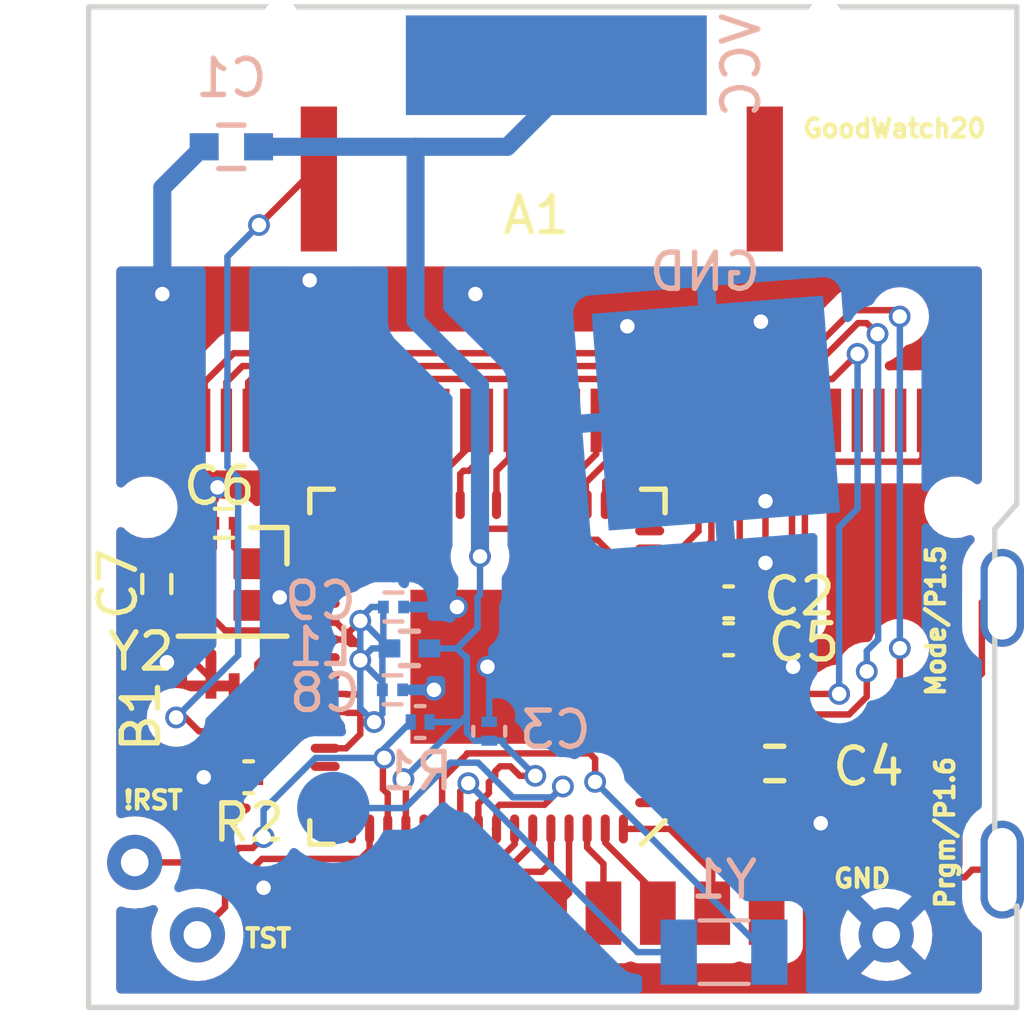
<source format=kicad_pcb>
(kicad_pcb (version 20221018) (generator pcbnew)
  (layers (0 "F.Cu" signal) (31 "B.Cu" signal) (34 "B.Paste" user) (35 "F.Paste" user) (36 "B.SilkS" user "B.Silkscreen") (37 "F.SilkS" user "F.Silkscreen") (38 "B.Mask" user) (39 "F.Mask" user) (44 "Edge.Cuts" user))
  (net 0 "")
  (net 1 "Net-(LCD1-Pad1)")
  (net 2 "Net-(LCD1-Pad5)")
  (net 3 "Net-(LCD1-Pad6)")
  (net 4 "Net-(LCD1-Pad7)")
  (net 5 "Net-(LCD1-Pad8)")
  (net 6 "Net-(LCD1-Pad9)")
  (net 7 "Net-(LCD1-Pad10)")
  (net 8 "Net-(LCD1-Pad11)")
  (net 9 "Net-(LCD1-Pad12)")
  (net 10 "Net-(LCD1-Pad13)")
  (net 11 "Net-(LCD1-Pad14)")
  (net 12 "Net-(LCD1-Pad15)")
  (net 13 "Net-(LCD1-Pad16)")
  (net 14 "Net-(LCD1-Pad17)")
  (net 15 "Net-(LCD1-Pad18)")
  (net 16 "Net-(LCD1-Pad19)")
  (net 17 "Net-(LCD1-Pad20)")
  (net 18 "Net-(LCD1-Pad21)")
  (net 19 "Net-(LCD1-Pad22)")
  (net 20 "Net-(LCD1-Pad23)")
  (net 21 "Net-(LCD1-Pad24)")
  (net 22 "Net-(LCD1-Pad25)")
  (net 23 "Net-(LCD1-Pad26)")
  (net 24 "Net-(LCD1-Pad27)")
  (net 25 "Net-(LCD1-Pad28)")
  (net 26 "Net-(LCD1-Pad29)")
  (net 27 "Net-(LCD1-Pad30)")
  (net 28 "Net-(LCD1-Pad31)")
  (net 29 "Net-(LCD1-Pad32)")
  (net 30 "Net-(LCD1-Pad33)")
  (net 31 "Net-(LCD1-Pad34)")
  (net 32 "Net-(BRD1-Pad4)")
  (net 33 "Net-(BRD1-Pad3)")
  (net 34 "Net-(KPD1-Pad1)")
  (net 35 "Net-(KPD1-Pad2)")
  (net 36 "Net-(KPD1-Pad3)")
  (net 37 "Net-(KPD1-Pad4)")
  (net 38 "Net-(KPD1-Pad5)")
  (net 39 "Net-(KPD1-Pad6)")
  (net 40 "Net-(KPD1-Pad7)")
  (net 41 "Net-(KPD1-Pad8)")
  (net 42 "Net-(KPD1-Pad9)")
  (net 43 "GND")
  (net 44 "VCC")
  (net 45 "Net-(U1-Pad46)")
  (net 46 "Net-(U1-Pad47)")
  (net 47 "Net-(U1-Pad48)")
  (net 48 "Net-(U1-Pad49)")
  (net 49 "Net-(U1-Pad54)")
  (net 50 "Net-(U1-Pad55)")
  (net 51 "/TST")
  (net 52 "/!RST")
  (net 53 "/COM0")
  (net 54 "/COM1")
  (net 55 "/COM2")
  (net 56 "/VCORE")
  (net 57 "Net-(LCD1-Pad35)")
  (net 58 "/LCDCAP")
  (net 59 "/RF_P")
  (net 60 "/RF_N")
  (net 61 "Net-(A1-Pad1)")
  (net 62 "Net-(R2-Pad1)")
  (net 63 "/RF_XIN")
  (net 64 "/RF_XOUT")
  (net 65 "/RFVCC")
  (net 66 "/BUZZ")
  (footprint "AAgoodwatch20:ca53lcd" (layer "F.Cu") (at 99 70.2)
    (fp_text reference "LCD1" hide)
    (fp_text value "CA53LCD" hide)
  )
  (footprint "Capacitors_SMD:C_0402" (layer "F.Cu") (at 115.523 79.669)
    (fp_text reference "C4")
    (fp_text value "10uF")
  )
  (footprint "GoodWatch20:ca53board" (layer "F.Cu") (at 96.6 86.4)
    (fp_text reference "BRD1" hide)
    (fp_text value "CA53BOARD" hide)
  )
  (footprint "GoodWatch20:YageoS432" (layer "F.Cu") (at 102.95 63.54)
    (fp_text reference "A1")
    (fp_text value "YageoS432")
  )
  (footprint "GoodWatch20:FA128" (layer "F.Cu") (at 101.0704 74.1572 180)
    (fp_text reference "Y2")
    (fp_text value "FA128")
  )
  (footprint "Resistors_SMD:R_0201" (layer "F.Cu") (at 114.253 75.224)
    (fp_text reference "C2")
    (fp_text value "0.1uF")
  )
  (footprint "Resistors_SMD:R_0201" (layer "F.Cu") (at 114.253 76.24)
    (fp_text reference "C5")
    (fp_text value "0.47uF")
  )
  (footprint "Resistors_SMD:R_0201" (layer "F.Cu") (at 101.0136 80.05 180)
    (fp_text reference "R2")
    (fp_text value "56k")
  )
  (footprint "Capacitors_SMD:C_0201" (layer "F.Cu") (at 100.3332 73.0396 180)
    (fp_text reference "C6")
    (fp_text value "19pF")
  )
  (footprint "Capacitors_SMD:C_0201" (layer "F.Cu") (at 98.4796 74.716 90)
    (fp_text reference "C7")
    (fp_text value "19pF")
  )
  (footprint "GoodWatch20:0433bm15a0001" (layer "F.Cu") (at 100.6132 78.78 180)
    (fp_text reference "B1")
    (fp_text value "0433bm15a0001")
  )
  (footprint "GoodWatch20:ca53keypad" (layer "F.Cu") (at 102.8 83.8)
    (fp_text reference "KPD1" hide)
    (fp_text value "CA53KEYPAD" hide)
  )
  (footprint "GoodWatch20:CC430F613x" (layer "F.Cu") (at 107.6 77 180)
    (fp_text reference "U1" hide)
    (fp_text value "CC430F613x" hide)
  )
  (footprint "Crystals:Crystal_SMD_3215-2pin_3.2x1.5mm" (layer "B.Cu") (at 114.126 84.876 180)
    (fp_text reference "Y1")
    (fp_text value "32.768kHz")
  )
  (footprint "Capacitors_SMD:C_0603" (layer "B.Cu") (at 100.537 62.651 180)
    (fp_text reference "C1")
    (fp_text value "47uF")
  )
  (footprint "Resistors_SMD:R_0201" (layer "B.Cu") (at 107.649 78.78 90)
    (fp_text reference "C3")
    (fp_text value "0.1uF")
  )
  (footprint "Resistors_SMD:R_0201" (layer "B.Cu") (at 105.744 78.526 180)
    (fp_text reference "R1")
    (fp_text value "75k")
  )
  (footprint "Capacitors_SMD:C_0201" (layer "B.Cu") (at 104.982 77.637)
    (fp_text reference "C8")
    (fp_text value "0.1uF")
  )
  (footprint "Capacitors_SMD:C_0201" (layer "B.Cu") (at 105.008 75.351)
    (fp_text reference "C9")
    (fp_text value "0.1uF")
  )
  (footprint "Inductors_SMD:L_0402" (layer "B.Cu") (at 105.448 76.494)
    (fp_text reference "L1")
    (fp_text value "L_Small")
  )
  (gr_line (start 121.5936 83.606) (end 121.5936 73.192) (stroke (width 0.15)) (layer "Edge.Cuts"))
  (gr_line (start 122.2032 83.606) (end 121.5936 83.606) (stroke (width 0.15)) (layer "Edge.Cuts"))
  (gr_line (start 122.2032 72.5062) (end 122.2032 58.7902) (stroke (width 0.15)) (layer "Edge.Cuts"))
  (gr_line (start 122.2032 58.7902) (end 96.6 58.7902) (stroke (width 0.15)) (layer "Edge.Cuts"))
  (gr_line (start 96.6 86.4) (end 122.2032 86.4) (stroke (width 0.15)) (layer "Edge.Cuts"))
  (gr_line (start 122.2032 86.4) (end 122.2032 83.606) (stroke (width 0.15)) (layer "Edge.Cuts"))
  (gr_line (start 121.5936 73.192) (end 122.2032 72.5062) (stroke (width 0.15)) (layer "Edge.Cuts"))
  (gr_line (start 96.6 58.7902) (end 96.6 86.4) (stroke (width 0.15)) (layer "Edge.Cuts"))
  (gr_text "Prgm/P1.6" (at 120.222 81.574 90) (layer "F.SilkS") (effects (font (size 0.5 0.5) (thickness 0.125))))
  (gr_text "TST" (at 101.553 84.495) (layer "F.SilkS") (effects (font (size 0.5 0.5) (thickness 0.125))))
  (gr_text "Mode/P1.5" (at 119.968 75.732 90) (layer "F.SilkS") (effects (font (size 0.5 0.5) (thickness 0.125))))
  (gr_text "GND" (at 117.936 82.844) (layer "F.SilkS") (effects (font (size 0.5 0.5) (thickness 0.125))))
  (gr_text "GoodWatch20" (at 118.825 62.143) (layer "F.SilkS") (effects (font (size 0.5 0.5) (thickness 0.125))))
  (gr_text "!RST" (at 98.378 80.685) (layer "F.SilkS") (effects (font (size 0.5 0.5) (thickness 0.125))))
  (segment (start 101.95939 73.665098) (end 102.544292 74.25) (width 0.1778) (layer "F.Cu") (net 3))
  (segment (start 102.2 70.2) (end 102.2 72.296092) (width 0.1778) (layer "F.Cu") (net 3))
  (segment (start 102.2 72.296092) (end 101.95939 72.536702) (width 0.1778) (layer "F.Cu") (net 3))
  (segment (start 101.95939 72.536702) (end 101.95939 73.665098) (width 0.1778) (layer "F.Cu") (net 3))
  (segment (start 102.544292 74.25) (end 103.125 74.25) (width 0.1778) (layer "F.Cu") (net 3))
  (segment (start 102.8 72.199) (end 102.315 72.684) (width 0.1778) (layer "F.Cu") (net 4))
  (segment (start 102.8 70.2) (end 102.8 72.199) (width 0.1778) (layer "F.Cu") (net 4))
  (segment (start 102.315 72.684) (end 102.315 73.5178) (width 0.1778) (layer "F.Cu") (net 4))
  (segment (start 102.315 73.5178) (end 102.5472 73.75) (width 0.1778) (layer "F.Cu") (net 4))
  (segment (start 102.5472 73.75) (end 103.125 73.75) (width 0.1778) (layer "F.Cu") (net 4))
  (segment (start 103.4 70.2) (end 103.4 72.975) (width 0.1778) (layer "F.Cu") (net 5))
  (segment (start 103.4 72.975) (end 103.125 73.25) (width 0.1778) (layer "F.Cu") (net 5))
  (segment (start 104 71.507) (end 103.85 71.657) (width 0.1778) (layer "F.Cu") (net 6))
  (segment (start 103.85 71.657) (end 103.85 72.525) (width 0.1778) (layer "F.Cu") (net 6))
  (segment (start 104 70.2) (end 104 71.507) (width 0.1778) (layer "F.Cu") (net 6))
  (segment (start 104.6 71.415) (end 104.35 71.665) (width 0.1778) (layer "F.Cu") (net 7))
  (segment (start 104.35 71.665) (end 104.35 72.525) (width 0.1778) (layer "F.Cu") (net 7))
  (segment (start 104.6 70.2) (end 104.6 71.415) (width 0.1778) (layer "F.Cu") (net 7))
  (segment (start 105.2 71.317898) (end 104.85 71.667898) (width 0.1778) (layer "F.Cu") (net 8))
  (segment (start 104.85 71.667898) (end 104.85 72.525) (width 0.1778) (layer "F.Cu") (net 8))
  (segment (start 105.2 70.2) (end 105.2 71.317898) (width 0.1778) (layer "F.Cu") (net 8))
  (segment (start 105.8 71.220796) (end 105.35 71.670796) (width 0.1778) (layer "F.Cu") (net 9))
  (segment (start 105.35 71.670796) (end 105.35 72.525) (width 0.1778) (layer "F.Cu") (net 9))
  (segment (start 105.8 70.2) (end 105.8 71.220796) (width 0.1778) (layer "F.Cu") (net 9))
  (segment (start 106.4 71.123694) (end 105.85 71.673694) (width 0.1778) (layer "F.Cu") (net 10))
  (segment (start 105.85 71.673694) (end 105.85 72.525) (width 0.1778) (layer "F.Cu") (net 10))
  (segment (start 106.4 70.2) (end 106.4 71.123694) (width 0.1778) (layer "F.Cu") (net 10))
  (segment (start 107 71.026592) (end 106.35 71.676592) (width 0.1778) (layer "F.Cu") (net 11))
  (segment (start 106.35 71.676592) (end 106.35 72.525) (width 0.1778) (layer "F.Cu") (net 11))
  (segment (start 107 70.2) (end 107 71.026592) (width 0.1778) (layer "F.Cu") (net 11))
  (segment (start 107.6 71.082) (end 107.090255 71.591745) (width 0.1778) (layer "F.Cu") (net 12))
  (segment (start 107.090255 71.591745) (end 106.937745 71.591745) (width 0.1778) (layer "F.Cu") (net 12))
  (segment (start 106.937745 71.591745) (end 106.85 71.67949) (width 0.1778) (layer "F.Cu") (net 12))
  (segment (start 106.85 71.67949) (end 106.85 72.525) (width 0.1778) (layer "F.Cu") (net 12))
  (segment (start 107.6 70.2) (end 107.6 71.082) (width 0.1778) (layer "F.Cu") (net 12))
  (segment (start 108.2 71.244) (end 107.85 71.594) (width 0.1778) (layer "F.Cu") (net 13))
  (segment (start 107.85 71.594) (end 107.85 72.525) (width 0.1778) (layer "F.Cu") (net 13))
  (segment (start 108.2 70.2) (end 108.2 71.244) (width 0.1778) (layer "F.Cu") (net 13))
  (segment (start 108.8 71.152) (end 108.35 71.602) (width 0.1778) (layer "F.Cu") (net 14))
  (segment (start 108.35 71.602) (end 108.35 72.525) (width 0.1778) (layer "F.Cu") (net 14))
  (segment (start 108.8 70.2) (end 108.8 71.152) (width 0.1778) (layer "F.Cu") (net 14))
  (segment (start 109.4 71.06) (end 108.85 71.61) (width 0.1778) (layer "F.Cu") (net 15))
  (segment (start 108.85 71.61) (end 108.85 72.525) (width 0.1778) (layer "F.Cu") (net 15))
  (segment (start 109.4 70.2) (end 109.4 71.06) (width 0.1778) (layer "F.Cu") (net 15))
  (segment (start 110 71.095) (end 109.35 71.745) (width 0.1778) (layer "F.Cu") (net 16))
  (segment (start 109.35 71.745) (end 109.35 72.525) (width 0.1778) (layer "F.Cu") (net 16))
  (segment (start 110 70.2) (end 110 71.095) (width 0.1778) (layer "F.Cu") (net 16))
  (segment (start 110.6 71.13) (end 109.808 71.922) (width 0.1778) (layer "F.Cu") (net 17))
  (segment (start 109.808 71.922) (end 109.808 72.483) (width 0.1778) (layer "F.Cu") (net 17))
  (segment (start 109.808 72.483) (end 109.85 72.525) (width 0.1778) (layer "F.Cu") (net 17))
  (segment (start 110.6 70.2) (end 110.6 71.13) (width 0.1778) (layer "F.Cu") (net 17))
  (segment (start 111.2 71.032898) (end 110.951 71.281898) (width 0.1778) (layer "F.Cu") (net 18))
  (segment (start 110.951 71.281898) (end 110.313449 71.919449) (width 0.1778) (layer "F.Cu") (net 18))
  (segment (start 110.313449 71.919449) (end 110.313449 72.488449) (width 0.1778) (layer "F.Cu") (net 18))
  (segment (start 110.313449 72.488449) (end 110.35 72.525) (width 0.1778) (layer "F.Cu") (net 18))
  (segment (start 111.2 70.2) (end 111.2 71.032898) (width 0.1778) (layer "F.Cu") (net 18))
  (segment (start 111.8 71.073) (end 111.400602 71.472398) (width 0.1778) (layer "F.Cu") (net 19))
  (segment (start 111.400602 71.472398) (end 111.273602 71.472398) (width 0.1778) (layer "F.Cu") (net 19))
  (segment (start 111.273602 71.472398) (end 110.85 71.896) (width 0.1778) (layer "F.Cu") (net 19))
  (segment (start 110.85 71.896) (end 110.85 72.525) (width 0.1778) (layer "F.Cu") (net 19))
  (segment (start 111.8 70.2) (end 111.8 71.073) (width 0.1778) (layer "F.Cu") (net 19))
  (segment (start 112.4 71.108) (end 111.35 72.158) (width 0.1778) (layer "F.Cu") (net 20))
  (segment (start 111.35 72.158) (end 111.35 72.525) (width 0.1778) (layer "F.Cu") (net 20))
  (segment (start 112.4 70.2) (end 112.4 71.108) (width 0.1778) (layer "F.Cu") (net 20))
  (segment (start 112.075 72.1778) (end 112.075 73.25) (width 0.1778) (layer "F.Cu") (net 21))
  (segment (start 113 70.2) (end 113 71.2528) (width 0.1778) (layer "F.Cu") (net 21))
  (segment (start 113 71.2528) (end 112.075 72.1778) (width 0.1778) (layer "F.Cu") (net 21))
  (segment (start 113.421701 73.261299) (end 112.933 73.75) (width 0.1778) (layer "F.Cu") (net 22))
  (segment (start 113.6 71.2528) (end 113.421701 71.431099) (width 0.1778) (layer "F.Cu") (net 22))
  (segment (start 113.6 70.2) (end 113.6 70.67) (width 0.1778) (layer "F.Cu") (net 22))
  (segment (start 113.421701 71.431099) (end 113.421701 73.261299) (width 0.1778) (layer "F.Cu") (net 22))
  (segment (start 112.933 73.75) (end 112.075 73.75) (width 0.1778) (layer "F.Cu") (net 22))
  (segment (start 113.6 70.2) (end 113.6 71.2528) (width 0.1778) (layer "F.Cu") (net 22))
  (segment (start 113.068 74.25) (end 112.075 74.25) (width 0.1778) (layer "F.Cu") (net 23))
  (segment (start 114.2 71.2528) (end 113.777311 71.675489) (width 0.1778) (layer "F.Cu") (net 23))
  (segment (start 113.777311 71.675489) (end 113.777311 73.540689) (width 0.1778) (layer "F.Cu") (net 23))
  (segment (start 113.777311 73.540689) (end 113.068 74.25) (width 0.1778) (layer "F.Cu") (net 23))
  (segment (start 114.2 70.2) (end 114.2 71.2528) (width 0.1778) (layer "F.Cu") (net 23))
  (segment (start 114.8 70.2) (end 114.8 71.248) (width 0.1778) (layer "F.Cu") (net 24))
  (segment (start 114.132921 71.915079) (end 114.13292 73.687988) (width 0.1778) (layer "F.Cu") (net 24))
  (segment (start 114.13292 73.687988) (end 113.070908 74.75) (width 0.1778) (layer "F.Cu") (net 24))
  (segment (start 114.8 71.248) (end 114.132921 71.915079) (width 0.1778) (layer "F.Cu") (net 24))
  (segment (start 113.070908 74.75) (end 112.075 74.75) (width 0.1778) (layer "F.Cu") (net 24))
  (segment (start 112.075 75.25) (end 113.073816 75.25) (width 0.1778) (layer "F.Cu") (net 25))
  (segment (start 114.558719 71.992189) (end 115.15561 71.395298) (width 0.1778) (layer "F.Cu") (net 25))
  (segment (start 115.15561 71.395298) (end 115.257502 71.395298) (width 0.1778) (layer "F.Cu") (net 25))
  (segment (start 113.073816 75.25) (end 114.558719 73.765097) (width 0.1778) (layer "F.Cu") (net 25))
  (segment (start 114.558719 73.765097) (end 114.558719 71.992189) (width 0.1778) (layer "F.Cu") (net 25))
  (segment (start 115.257502 71.395298) (end 115.4 71.2528) (width 0.1778) (layer "F.Cu") (net 25))
  (segment (start 115.4 71.2528) (end 115.4 70.2) (width 0.1778) (layer "F.Cu") (net 25))
  (segment (start 114.828062 76.75) (end 116 75.578062) (width 0.1778) (layer "F.Cu") (net 26))
  (segment (start 116 71.2528) (end 116 70.2) (width 0.1778) (layer "F.Cu") (net 26))
  (segment (start 116 75.578062) (end 116 71.2528) (width 0.1778) (layer "F.Cu") (net 26))
  (segment (start 112.075 76.75) (end 114.828062 76.75) (width 0.1778) (layer "F.Cu") (net 26))
  (segment (start 120.763562 82.810438) (end 120.974 82.6) (width 0.1778) (layer "F.Cu") (net 32))
  (segment (start 113.597562 80.25) (end 116.158 82.810438) (width 0.1778) (layer "F.Cu") (net 32))
  (segment (start 120.974 82.6) (end 121.8 82.6) (width 0.1778) (layer "F.Cu") (net 32))
  (segment (start 116.158 82.810438) (end 120.763562 82.810438) (width 0.1778) (layer "F.Cu") (net 32))
  (segment (start 121.8 81.85) (end 121.8 82.6) (width 0.1778) (layer "F.Cu") (net 32))
  (segment (start 112.075 80.25) (end 113.597562 80.25) (width 0.1778) (layer "F.Cu") (net 32))
  (segment (start 120.616264 82.454828) (end 120.616264 77.811536) (width 0.1778) (layer "F.Cu") (net 33))
  (segment (start 121.238 75.224) (end 121.676 75.224) (width 0.1778) (layer "F.Cu") (net 33))
  (segment (start 116.305298 82.454828) (end 120.616264 82.454828) (width 0.1778) (layer "F.Cu") (net 33))
  (segment (start 120.616264 77.811536) (end 121.238 77.1898) (width 0.1778) (layer "F.Cu") (net 33))
  (segment (start 113.60047 79.75) (end 116.305298 82.454828) (width 0.1778) (layer "F.Cu") (net 33))
  (segment (start 112.075 79.75) (end 113.60047 79.75) (width 0.1778) (layer "F.Cu") (net 33))
  (segment (start 121.676 75.224) (end 121.8 75.1) (width 0.1778) (layer "F.Cu") (net 33))
  (segment (start 121.238 77.1898) (end 121.238 75.224) (width 0.1778) (layer "F.Cu") (net 33))
  (segment (start 105.559201 82.658299) (end 106.556293 82.658299) (width 0.1778) (layer "F.Cu") (net 35))
  (segment (start 106.556293 82.658299) (end 106.911903 82.302689) (width 0.1778) (layer "F.Cu") (net 35))
  (segment (start 108.35 81.896622) (end 108.35 81.475) (width 0.1778) (layer "F.Cu") (net 35))
  (segment (start 107.943933 82.302689) (end 108.35 81.896622) (width 0.1778) (layer "F.Cu") (net 35))
  (segment (start 104.8 84.1825) (end 104.8 83.8) (width 0.1778) (layer "F.Cu") (net 35))
  (segment (start 108.35 81.475) (end 108.35 81.803961) (width 0.1778) (layer "F.Cu") (net 35))
  (segment (start 104.8 83.4175) (end 105.559201 82.658299) (width 0.1778) (layer "F.Cu") (net 35))
  (segment (start 104.8 83.8) (end 104.8 83.4175) (width 0.1778) (layer "F.Cu") (net 35))
  (segment (start 106.911903 82.302689) (end 107.943933 82.302689) (width 0.1778) (layer "F.Cu") (net 35))
  (segment (start 108.091231 82.658299) (end 107.059201 82.658299) (width 0.1778) (layer "F.Cu") (net 36))
  (segment (start 108.85 81.475) (end 108.85 81.89953) (width 0.1778) (layer "F.Cu") (net 36))
  (segment (start 108.85 81.89953) (end 108.091231 82.658299) (width 0.1778) (layer "F.Cu") (net 36))
  (segment (start 106.3 83.4175) (end 106.3 83.8) (width 0.1778) (layer "F.Cu") (net 36))
  (segment (start 107.059201 82.658299) (end 106.3 83.4175) (width 0.1778) (layer "F.Cu") (net 36))
  (segment (start 109.2492 82.5138) (end 109.173 82.59) (width 0.1778) (layer "F.Cu") (net 37))
  (segment (start 108.538 83.7323) (end 108.538 82.714438) (width 0.1778) (layer "F.Cu") (net 37))
  (segment (start 107.8 83.8) (end 108.4703 83.8) (width 0.1778) (layer "F.Cu") (net 37))
  (segment (start 108.538 82.714438) (end 108.594139 82.658299) (width 0.1778) (layer "F.Cu") (net 37))
  (segment (start 109.35 82.413) (end 109.2492 82.5138) (width 0.1778) (layer "F.Cu") (net 37))
  (segment (start 108.594139 82.658299) (end 109.104701 82.658299) (width 0.1778) (layer "F.Cu") (net 37))
  (segment (start 109.35 81.475) (end 109.35 82.413) (width 0.1778) (layer "F.Cu") (net 37))
  (segment (start 109.104701 82.658299) (end 109.2492 82.5138) (width 0.1778) (layer "F.Cu") (net 37))
  (segment (start 108.4703 83.8) (end 108.538 83.7323) (width 0.1778) (layer "F.Cu") (net 37))
  (segment (start 109.35 83.75) (end 109.3 83.8) (width 0.1778) (layer "F.Cu") (net 38))
  (segment (start 109.85 83.25) (end 109.3 83.8) (width 0.1778) (layer "F.Cu") (net 38))
  (segment (start 109.3 83.8) (end 109.3 83.098) (width 0.1778) (layer "F.Cu") (net 38))
  (segment (start 109.85 81.475) (end 109.85 83.25) (width 0.1778) (layer "F.Cu") (net 38))
  (segment (start 110.8 82.439) (end 110.35 81.989) (width 0.1778) (layer "F.Cu") (net 39))
  (segment (start 110.35 81.989) (end 110.35 81.475) (width 0.1778) (layer "F.Cu") (net 39))
  (segment (start 110.8 83.8) (end 110.8 82.439) (width 0.1778) (layer "F.Cu") (net 39))
  (segment (start 110.85 81.854) (end 112.3 83.304) (width 0.1778) (layer "F.Cu") (net 40))
  (segment (start 112.3 83.304) (end 112.3 83.8) (width 0.1778) (layer "F.Cu") (net 40))
  (segment (start 110.85 81.475) (end 110.85 81.854) (width 0.1778) (layer "F.Cu") (net 40))
  (segment (start 112.63 81.475) (end 113.8 82.645) (width 0.1778) (layer "F.Cu") (net 41))
  (segment (start 113.8 82.645) (end 113.8 83.8) (width 0.1778) (layer "F.Cu") (net 41))
  (segment (start 111.35 81.475) (end 112.63 81.475) (width 0.1778) (layer "F.Cu") (net 41))
  (segment (start 113.429 80.75) (end 115.3 82.621) (width 0.1778) (layer "F.Cu") (net 42))
  (segment (start 115.3 82.621) (end 115.3 83.8) (width 0.1778) (layer "F.Cu") (net 42))
  (segment (start 112.075 80.75) (end 113.429 80.75) (width 0.1778) (layer "F.Cu") (net 42))
  (segment (start 99.5182 76.875) (end 99.14 76.875) (width 0.1778) (layer "F.Cu") (net 43))
  (segment (start 116.073 80.6) (end 116.793 81.32) (width 0.1778) (layer "F.Cu") (net 43))
  (segment (start 105.85 82.0528) (end 105.6938 82.209) (width 0.1778) (layer "F.Cu") (net 43))
  (segment (start 98.4796 74.436) (end 98.1268 74.436) (width 0.1778) (layer "F.Cu") (net 43))
  (segment (start 99.775 80.05) (end 100.7536 80.05) (width 0.1778) (layer "F.Cu") (net 43))
  (segment (start 99.9732 77.53) (end 99.9732 77.33) (width 0.1778) (layer "F.Cu") (net 43))
  (segment (start 98.632 66.715) (end 102.315 66.715) (width 0.1778) (layer "F.Cu") (net 43))
  (segment (start 101.865701 82.658299) (end 101.426 83.098) (width 0.1778) (layer "F.Cu") (net 43))
  (segment (start 114.533 75.224) (end 114.533 74.8712) (width 0.1778) (layer "F.Cu") (net 43))
  (segment (start 101.649026 75.3072) (end 101.870519 75.085707) (width 0.1778) (layer "F.Cu") (net 43))
  (segment (start 114.533 74.8712) (end 115.269 74.1352) (width 0.1778) (layer "F.Cu") (net 43))
  (segment (start 101.0704 75.3072) (end 101.649026 75.3072) (width 0.1778) (layer "F.Cu") (net 43))
  (segment (start 98.1008 74.462) (end 97.743 74.462) (width 0.1778) (layer "F.Cu") (net 43))
  (segment (start 100.6132 79.9096) (end 100.7536 80.05) (width 0.1778) (layer "F.Cu") (net 43))
  (segment (start 107.6 78.326092) (end 107.6 77) (width 0.1778) (layer "F.Cu") (net 43))
  (segment (start 105.85 81.475) (end 105.85 82.0528) (width 0.1778) (layer "F.Cu") (net 43))
  (segment (start 100.0532 72.1518) (end 100.156 72.049) (width 0.1778) (layer "F.Cu") (net 43))
  (segment (start 115.269 74.1352) (end 115.269 72.854264) (width 0.1778) (layer "F.Cu") (net 43))
  (segment (start 116.073 77.044) (end 116.031 77.002) (width 0.1778) (layer "F.Cu") (net 43))
  (segment (start 114.533 76.24) (end 114.533 75.224) (width 0.1778) (layer "F.Cu") (net 43))
  (segment (start 98.1268 74.436) (end 98.1008 74.462) (width 0.1778) (layer "F.Cu") (net 43))
  (segment (start 99.3416 74.436) (end 99.6204 74.1572) (width 0.1778) (layer "F.Cu") (net 43))
  (segment (start 100.0532 73.0396) (end 100.0532 72.1518) (width 0.1778) (layer "F.Cu") (net 43))
  (segment (start 102.696 66.334) (end 106.887 66.334) (width 0.1778) (layer "F.Cu") (net 43))
  (segment (start 116.073 79.669) (end 116.073 80.6) (width 0.1778) (layer "F.Cu") (net 43))
  (segment (start 106.887 66.334) (end 107.268 66.715) (width 0.1778) (layer "F.Cu") (net 43))
  (segment (start 104.247409 82.658299) (end 101.865701 82.658299) (width 0.1778) (layer "F.Cu") (net 43))
  (segment (start 115.269 72.854264) (end 115.269 72.43) (width 0.1778) (layer "F.Cu") (net 43))
  (segment (start 110.57 66.715) (end 111.459 67.604) (width 0.1778) (layer "F.Cu") (net 43))
  (segment (start 99.9732 77.33) (end 99.5182 76.875) (width 0.1778) (layer "F.Cu") (net 43))
  (segment (start 107.268 66.715) (end 110.57 66.715) (width 0.1778) (layer "F.Cu") (net 43))
  (segment (start 98.4796 74.436) (end 99.3416 74.436) (width 0.1778) (layer "F.Cu") (net 43))
  (segment (start 100.6132 78.78) (end 100.6132 79.9096) (width 0.1778) (layer "F.Cu") (net 43))
  (segment (start 102.315 66.715) (end 102.696 66.334) (width 0.1778) (layer "F.Cu") (net 43))
  (segment (start 100.0532 73.0396) (end 100.0532 73.7244) (width 0.1778) (layer "F.Cu") (net 43))
  (segment (start 100.0532 73.7244) (end 99.6204 74.1572) (width 0.1778) (layer "F.Cu") (net 43))
  (segment (start 104.696708 82.209) (end 104.247409 82.658299) (width 0.1778) (layer "F.Cu") (net 43))
  (segment (start 98.4796 74.436) (end 98.5046 74.436) (width 0.1778) (layer "F.Cu") (net 43))
  (segment (start 100.6132 78.78) (end 100.6132 77.53) (width 0.1778) (layer "F.Cu") (net 43))
  (segment (start 99.9732 77.53) (end 100.6132 77.53) (width 0.1778) (layer "F.Cu") (net 43))
  (segment (start 97.743 74.462) (end 97.743 75.859) (width 0.1778) (layer "F.Cu") (net 43))
  (segment (start 107.6 78.109792) (end 107.6 77) (width 0.1778) (layer "F.Cu") (net 43))
  (segment (start 98.759 76.875) (end 99.14 76.875) (width 0.1778) (layer "F.Cu") (net 43))
  (segment (start 97.743 75.859) (end 98.759 76.875) (width 0.1778) (layer "F.Cu") (net 43))
  (segment (start 105.6938 82.209) (end 104.696708 82.209) (width 0.1778) (layer "F.Cu") (net 43))
  (via (at 98.632 66.715) (size 0.6) (drill 0.4) (layers "F.Cu" "B.Cu") (net 43))
  (via (at 101.426 83.098) (size 0.6) (drill 0.4) (layers "F.Cu" "B.Cu") (net 43))
  (via (at 102.696 66.334) (size 0.6) (drill 0.4) (layers "F.Cu" "B.Cu") (net 43))
  (via (at 107.268 66.715) (size 0.6) (drill 0.4) (layers "F.Cu" "B.Cu") (net 43))
  (via (at 116.793 81.32) (size 0.6) (drill 0.4) (layers "F.Cu" "B.Cu") (net 43))
  (via (at 115.142 67.477) (size 0.6) (drill 0.4) (layers "F.Cu" "B.Cu") (net 43))
  (via (at 98.759 76.875) (size 0.6) (drill 0.4) (layers "F.Cu" "B.Cu") (net 43))
  (via (at 99.775 80.05) (size 0.6) (drill 0.4) (layers "F.Cu" "B.Cu") (net 43))
  (via (at 115.269 72.43) (size 0.6) (drill 0.4) (layers "F.Cu" "B.Cu") (net 43))
  (via (at 106.76 75.351) (size 0.6) (drill 0.4) (layers "F.Cu" "B.Cu") (net 43))
  (via (at 107.6 77) (size 0.6) (drill 0.4) (layers "F.Cu" "B.Cu") (net 43))
  (via (at 101.870519 75.085707) (size 0.6) (drill 0.4) (layers "F.Cu" "B.Cu") (net 43))
  (via (at 115.269 74.1352) (size 0.6) (drill 0.4) (layers "F.Cu" "B.Cu") (net 43))
  (via (at 100.156 72.049) (size 0.6) (drill 0.4) (layers "F.Cu" "B.Cu") (net 43))
  (via (at 106.125 77.637) (size 0.6) (drill 0.4) (layers "F.Cu" "B.Cu") (net 43))
  (via (at 116.031 77.002) (size 0.6) (drill 0.4) (layers "F.Cu" "B.Cu") (net 43))
  (via (at 111.459 67.604) (size 0.6) (drill 0.4) (layers "F.Cu" "B.Cu") (net 43))
  (segment (start 98.632 63.781) (end 99.762 62.651) (width 0.5) (layer "B.Cu") (net 43))
  (segment (start 101.870519 75.085707) (end 101.870519 77.954481) (width 0.1778) (layer "B.Cu") (net 43))
  (segment (start 116.031 77.002) (end 116.031 74.8972) (width 0.1778) (layer "B.Cu") (net 43))
  (segment (start 105.288 75.351) (end 106.379 75.351) (width 0.1778) (layer "B.Cu") (net 43))
  (segment (start 101.870519 77.954481) (end 99.775 80.05) (width 0.1778) (layer "B.Cu") (net 43))
  (segment (start 99.812 62.651) (end 99.787 62.651) (width 0.1778) (layer "B.Cu") (net 43))
  (segment (start 116.031 74.8972) (end 115.269 74.1352) (width 0.1778) (layer "B.Cu") (net 43))
  (segment (start 98.632 66.715) (end 98.632 63.781) (width 0.5) (layer "B.Cu") (net 43))
  (segment (start 105.262 77.637) (end 106.125 77.637) (width 0.1778) (layer "B.Cu") (net 43))
  (segment (start 99.762 62.651) (end 99.787 62.651) (width 0.1778) (layer "B.Cu") (net 43))
  (segment (start 113.237 69.337) (end 113.9 70) (width 0.1778) (layer "B.Cu") (net 43))
  (segment (start 101.426 83.098) (end 99.775 81.447) (width 0.1778) (layer "B.Cu") (net 43))
  (segment (start 114.844736 72.43) (end 115.269 72.43) (width 0.1778) (layer "B.Cu") (net 43))
  (segment (start 115.269 74.208) (end 115.269 74.1352) (width 0.1778) (layer "B.Cu") (net 43))
  (segment (start 98.632 70.525) (end 100.156 72.049) (width 0.1778) (layer "B.Cu") (net 43))
  (segment (start 107.649 77.049) (end 107.6 77) (width 0.1778) (layer "B.Cu") (net 43))
  (segment (start 107.649 78.52) (end 107.649 77.049) (width 0.1778) (layer "B.Cu") (net 43))
  (segment (start 99.775 81.447) (end 99.775 80.05) (width 0.1778) (layer "B.Cu") (net 43))
  (segment (start 98.632 66.715) (end 98.632 70.525) (width 0.1778) (layer "B.Cu") (net 43))
  (segment (start 106.379 75.351) (end 106.76 75.351) (width 0.1778) (layer "B.Cu") (net 43))
  (segment (start 111.332 75.5848) (end 111.332 74.194686) (width 0.1778) (layer "F.Cu") (net 44))
  (segment (start 109.0662 73.319) (end 109.427 73.319) (width 0.1778) (layer "F.Cu") (net 44))
  (segment (start 107.43891 73.19171) (end 107.35 73.1028) (width 0.1778) (layer "F.Cu") (net 44))
  (segment (start 112.983 75.75) (end 113.076724 75.75) (width 0.1778) (layer "F.Cu") (net 44))
  (segment (start 107.35 80.775458) (end 107.639155 80.486303) (width 0.1778) (layer "F.Cu") (net 44))
  (segment (start 105.35 81.475) (end 105.35 80.1675) (width 0.1778) (layer "F.Cu") (net 44))
  (segment (start 110.634094 73.49678) (end 110.657658 73.520344) (width 0.1778) (layer "F.Cu") (net 44))
  (segment (start 112.075 75.75) (end 111.4972 75.75) (width 0.1778) (layer "F.Cu") (net 44))
  (segment (start 107.639155 80.186845) (end 107.816 80.01) (width 0.1778) (layer "F.Cu") (net 44))
  (segment (start 107.816 79.883) (end 107.951689 79.747311) (width 0.1778) (layer "F.Cu") (net 44))
  (segment (start 108.93891 73.19171) (end 107.43891 73.19171) (width 0.1778) (layer "F.Cu") (net 44))
  (segment (start 107.35 73.909) (end 107.395 73.954) (width 0.1778) (layer "F.Cu") (net 44))
  (segment (start 112.983 75.75) (end 113.1192 75.75) (width 0.1778) (layer "F.Cu") (net 44))
  (segment (start 109.427 73.319) (end 109.60478 73.49678) (width 0.1778) (layer "F.Cu") (net 44))
  (segment (start 112.093 75.732) (end 112.075 75.75) (width 0.1778) (layer "F.Cu") (net 44))
  (segment (start 107.35 81.475) (end 107.35 80.775458) (width 0.1778) (layer "F.Cu") (net 44))
  (segment (start 112.075 75.75) (end 112.983 75.75) (width 0.1778) (layer "F.Cu") (net 44))
  (segment (start 107.35 73.1028) (end 107.35 73.909) (width 0.1778) (layer "F.Cu") (net 44))
  (segment (start 107.639155 80.486303) (end 107.639155 80.186845) (width 0.1778) (layer "F.Cu") (net 44))
  (segment (start 105.35 80.1675) (end 105.2833 80.1008) (width 0.1778) (layer "F.Cu") (net 44))
  (segment (start 108.232047 79.747311) (end 107.951689 79.747311) (width 0.1778) (layer "F.Cu") (net 44))
  (segment (start 111.4972 75.75) (end 111.332 75.5848) (width 0.1778) (layer "F.Cu") (net 44))
  (segment (start 109.60478 73.49678) (end 110.634094 73.49678) (width 0.1778) (layer "F.Cu") (net 44))
  (segment (start 113.6452 75.224) (end 113.973 75.224) (width 0.1778) (layer "F.Cu") (net 44))
  (segment (start 107.816 80.01) (end 107.816 79.883) (width 0.1778) (layer "F.Cu") (net 44))
  (segment (start 113.1192 75.75) (end 113.6452 75.224) (width 0.1778) (layer "F.Cu") (net 44))
  (segment (start 108.919 80.01) (end 108.494736 80.01) (width 0.1778) (layer "F.Cu") (net 44))
  (segment (start 108.494736 80.01) (end 108.232047 79.747311) (width 0.1778) (layer "F.Cu") (net 44))
  (segment (start 109.0662 73.319) (end 108.93891 73.19171) (width 0.1778) (layer "F.Cu") (net 44))
  (segment (start 110.657658 73.520344) (end 110.957657 73.820343) (width 0.1778) (layer "F.Cu") (net 44))
  (segment (start 107.35 73.1028) (end 107.35 72.525) (width 0.1778) (layer "F.Cu") (net 44))
  (segment (start 111.332 74.194686) (end 110.957657 73.820343) (width 0.1778) (layer "F.Cu") (net 44))
  (via (at 107.395 73.954) (size 0.6) (drill 0.4) (layers "F.Cu" "B.Cu") (net 44))
  (via (at 105.2833 80.1008) (size 0.6) (drill 0.4) (layers "F.Cu" "B.Cu") (net 44))
  (via (at 108.919 80.01) (size 0.6) (drill 0.4) (layers "F.Cu" "B.Cu") (net 44))
  (segment (start 108.149 62.651) (end 109.5 61.3) (width 0.5) (layer "B.Cu") (net 44))
  (segment (start 107.033299 77.272017) (end 107.033299 76.727983) (width 0.1778) (layer "B.Cu") (net 44))
  (segment (start 108.0418 79.1328) (end 108.0418 79.04) (width 0.1778) (layer "B.Cu") (net 44))
  (segment (start 108.919 80.01) (end 108.0418 79.1328) (width 0.1778) (layer "B.Cu") (net 44))
  (segment (start 106.004 78.526) (end 106.8581 78.526) (width 0.1778) (layer "B.Cu") (net 44))
  (segment (start 105.617 67.45161) (end 105.617 62.651) (width 0.5) (layer "B.Cu") (net 44))
  (segment (start 107.2562 79.04) (end 107.033299 78.817099) (width 0.1778) (layer "B.Cu") (net 44))
  (segment (start 105.736515 79.647585) (end 105.583299 79.800801) (width 0.1778) (layer "B.Cu") (net 44))
  (segment (start 107.395 69.22961) (end 105.617 67.45161) (width 0.5) (layer "B.Cu") (net 44))
  (segment (start 107.395 75.010684) (end 107.326701 75.078983) (width 0.1778) (layer "B.Cu") (net 44))
  (segment (start 106.8581 78.526) (end 107.033299 78.350801) (width 0.1778) (layer "B.Cu") (net 44))
  (segment (start 101.287 62.651) (end 101.8648 62.651) (width 0.1778) (layer "B.Cu") (net 44))
  (segment (start 107.326701 75.926581) (end 106.759282 76.494) (width 0.1778) (layer "B.Cu") (net 44))
  (segment (start 107.649 79.04) (end 107.2562 79.04) (width 0.1778) (layer "B.Cu") (net 44))
  (segment (start 107.033299 78.817099) (end 107.033299 78.350801) (width 0.1778) (layer "B.Cu") (net 44))
  (segment (start 107.013282 76.748) (end 107.033299 76.727983) (width 0.1778) (layer "B.Cu") (net 44))
  (segment (start 108.919 79.9172) (end 108.919 79.958401) (width 0.1778) (layer "B.Cu") (net 44))
  (segment (start 107.033299 78.350801) (end 107.033299 77.272017) (width 0.1778) (layer "B.Cu") (net 44))
  (segment (start 107.649 79.04) (end 108.0418 79.04) (width 0.1778) (layer "B.Cu") (net 44))
  (segment (start 105.583299 79.800801) (end 105.2833 80.1008) (width 0.1778) (layer "B.Cu") (net 44))
  (segment (start 105.617 62.651) (end 108.149 62.651) (width 0.5) (layer "B.Cu") (net 44))
  (segment (start 106.759282 76.494) (end 107.013282 76.748) (width 0.1778) (layer "B.Cu") (net 44))
  (segment (start 109.414 61.254) (end 109.42 61.26) (width 0.1778) (layer "B.Cu") (net 44))
  (segment (start 105.2833 80.1008) (end 106.8581 78.526) (width 0.1778) (layer "B.Cu") (net 44))
  (segment (start 107.395 73.954) (end 107.395 69.22961) (width 0.5) (layer "B.Cu") (net 44))
  (segment (start 107.395 73.954) (end 107.395 75.010684) (width 0.1778) (layer "B.Cu") (net 44))
  (segment (start 105.998 76.494) (end 106.759282 76.494) (width 0.1778) (layer "B.Cu") (net 44))
  (segment (start 107.326701 75.078983) (end 107.326701 75.926581) (width 0.1778) (layer "B.Cu") (net 44))
  (segment (start 101.287 62.651) (end 105.617 62.651) (width 0.5) (layer "B.Cu") (net 44))
  (segment (start 110.419701 79.391701) (end 110.57 79.542) (width 0.1778) (layer "F.Cu") (net 49))
  (segment (start 107.037299 79.391701) (end 110.419701 79.391701) (width 0.1778) (layer "F.Cu") (net 49))
  (segment (start 110.57 79.542) (end 110.57 80.177) (width 0.1778) (layer "F.Cu") (net 49))
  (segment (start 106.35 81.475) (end 106.35 80.098022) (width 0.1778) (layer "F.Cu") (net 49))
  (segment (start 107.037299 79.410723) (end 107.037299 79.391701) (width 0.1778) (layer "F.Cu") (net 49))
  (segment (start 106.35 80.098022) (end 107.037299 79.410723) (width 0.1778) (layer "F.Cu") (net 49))
  (via (at 110.57 80.177) (size 0.6) (drill 0.4) (layers "F.Cu" "B.Cu") (net 49))
  (segment (start 110.57 80.177) (end 115.269 84.876) (width 0.1778) (layer "B.Cu") (net 49))
  (segment (start 115.269 84.876) (end 115.376 84.876) (width 0.1778) (layer "B.Cu") (net 49))
  (segment (start 106.85 80.43674) (end 107.072454 80.214286) (width 0.1778) (layer "F.Cu") (net 50))
  (segment (start 106.85 81.475) (end 106.85 80.43674) (width 0.1778) (layer "F.Cu") (net 50))
  (via (at 107.072454 80.214286) (size 0.6) (drill 0.4) (layers "F.Cu" "B.Cu") (net 50))
  (segment (start 112.876 84.876) (end 111.734168 84.876) (width 0.1778) (layer "B.Cu") (net 50))
  (segment (start 111.734168 84.876) (end 107.072454 80.214286) (width 0.1778) (layer "B.Cu") (net 50))
  (segment (start 104.35 81.475) (end 104.35 82.0528) (width 0.1778) (layer "F.Cu") (net 51))
  (segment (start 100.361999 83.638001) (end 99.6 84.4) (width 0.1778) (layer "F.Cu") (net 51))
  (segment (start 101.382593 82.302689) (end 100.361999 83.323283) (width 0.1778) (layer "F.Cu") (net 51))
  (segment (start 104.35 82.0528) (end 104.100111 82.302689) (width 0.1778) (layer "F.Cu") (net 51))
  (segment (start 100.361999 83.323283) (end 100.361999 83.638001) (width 0.1778) (layer "F.Cu") (net 51))
  (segment (start 104.100111 82.302689) (end 101.382593 82.302689) (width 0.1778) (layer "F.Cu") (net 51))
  (segment (start 100.746001 82.000999) (end 100.347 82.4) (width 0.1778) (layer "F.Cu") (net 52))
  (segment (start 104.85 81.475) (end 104.85 80.506218) (width 0.1778) (layer "F.Cu") (net 52))
  (segment (start 101.126001 82.000999) (end 100.746001 82.000999) (width 0.1778) (layer "F.Cu") (net 52))
  (segment (start 104.716599 80.372817) (end 104.716599 79.553401) (width 0.1778) (layer "F.Cu") (net 52))
  (segment (start 104.85 80.506218) (end 104.716599 80.372817) (width 0.1778) (layer "F.Cu") (net 52))
  (segment (start 101.426 81.701) (end 101.126001 82.000999) (width 0.1778) (layer "F.Cu") (net 52))
  (segment (start 100.347 82.4) (end 97.87 82.4) (width 0.1778) (layer "F.Cu") (net 52))
  (segment (start 104.716599 79.553401) (end 104.7534 79.5166) (width 0.1778) (layer "F.Cu") (net 52))
  (via (at 101.426 81.701) (size 0.6) (drill 0.4) (layers "F.Cu" "B.Cu") (net 52))
  (via (at 104.7534 79.5166) (size 0.6) (drill 0.4) (layers "F.Cu" "B.Cu") (net 52))
  (segment (start 104.7534 79.5166) (end 104.7534 79.2566) (width 0.1778) (layer "B.Cu") (net 52))
  (segment (start 104.7534 79.5166) (end 102.858682 79.5166) (width 0.1778) (layer "B.Cu") (net 52))
  (segment (start 102.858682 79.5166) (end 101.426 80.949282) (width 0.1778) (layer "B.Cu") (net 52))
  (segment (start 104.7534 79.2566) (end 105.484 78.526) (width 0.1778) (layer "B.Cu") (net 52))
  (segment (start 101.426 80.949282) (end 101.426 81.701) (width 0.1778) (layer "B.Cu") (net 52))
  (segment (start 118.970552 67.335422) (end 118.795532 67.160402) (width 0.1778) (layer "F.Cu") (net 53))
  (segment (start 112.075 78.75) (end 118.164626 78.75) (width 0.1778) (layer "F.Cu") (net 53))
  (segment (start 116.486294 68.34708) (end 100.60012 68.34708) (width 0.1778) (layer "F.Cu") (net 53))
  (segment (start 118.974981 77.939645) (end 118.974981 76.489728) (width 0.1778) (layer "F.Cu") (net 53))
  (segment (start 100.60012 68.34708) (end 99.8 69.1472) (width 0.1778) (layer "F.Cu") (net 53))
  (segment (start 118.164626 78.75) (end 118.974981 77.939645) (width 0.1778) (layer "F.Cu") (net 53))
  (segment (start 117.672971 67.160403) (end 116.486294 68.34708) (width 0.1778) (layer "F.Cu") (net 53))
  (segment (start 99.775 70.225) (end 99.8 70.2) (width 0.1778) (layer "F.Cu") (net 53))
  (segment (start 118.795532 67.160402) (end 117.672971 67.160403) (width 0.1778) (layer "F.Cu") (net 53))
  (segment (start 99.8 69.1472) (end 99.8 70.2) (width 0.1778) (layer "F.Cu") (net 53))
  (via (at 118.974981 76.489728) (size 0.6) (drill 0.4) (layers "F.Cu" "B.Cu") (net 53))
  (via (at 118.970552 67.335422) (size 0.6) (drill 0.4) (layers "F.Cu" "B.Cu") (net 53))
  (segment (start 118.974981 67.339851) (end 118.970552 67.335422) (width 0.1778) (layer "B.Cu") (net 53))
  (segment (start 118.974981 76.489728) (end 118.974981 67.339851) (width 0.1778) (layer "B.Cu") (net 53))
  (segment (start 116.633592 68.70269) (end 100.84451 68.70269) (width 0.1778) (layer "F.Cu") (net 54))
  (segment (start 117.82027 67.516012) (end 116.633592 68.70269) (width 0.1778) (layer "F.Cu") (net 54))
  (segment (start 112.075 78.25) (end 112.6528 78.25) (width 0.1778) (layer "F.Cu") (net 54))
  (segment (start 100.4 69.1472) (end 100.4 70.2) (width 0.1778) (layer "F.Cu") (net 54))
  (segment (start 118.358989 67.816011) (end 118.05899 67.516012) (width 0.1778) (layer "F.Cu") (net 54))
  (segment (start 112.719501 78.316701) (end 117.573017 78.316701) (width 0.1778) (layer "F.Cu") (net 54))
  (segment (start 100.41 70.21) (end 100.4 70.2) (width 0.1778) (layer "F.Cu") (net 54))
  (segment (start 112.6528 78.25) (end 112.719501 78.316701) (width 0.1778) (layer "F.Cu") (net 54))
  (segment (start 118.05899 67.516012) (end 117.82027 67.516012) (width 0.1778) (layer "F.Cu") (net 54))
  (segment (start 100.84451 68.70269) (end 100.4 69.1472) (width 0.1778) (layer "F.Cu") (net 54))
  (segment (start 118.063 77.553264) (end 118.063 77.129) (width 0.1778) (layer "F.Cu") (net 54))
  (segment (start 118.063 77.826718) (end 118.063 77.553264) (width 0.1778) (layer "F.Cu") (net 54))
  (segment (start 117.573017 78.316701) (end 118.063 77.826718) (width 0.1778) (layer "F.Cu") (net 54))
  (via (at 118.063 77.129) (size 0.6) (drill 0.4) (layers "F.Cu" "B.Cu") (net 54))
  (via (at 118.358989 67.816011) (size 0.6) (drill 0.4) (layers "F.Cu" "B.Cu") (net 54))
  (segment (start 118.3897 68.107982) (end 118.358989 68.077271) (width 0.1778) (layer "B.Cu") (net 54))
  (segment (start 118.375701 67.832723) (end 118.358989 67.816011) (width 0.1778) (layer "B.Cu") (net 54))
  (segment (start 118.063 76.562991) (end 118.375701 76.25029) (width 0.1778) (layer "B.Cu") (net 54))
  (segment (start 118.063 77.129) (end 118.063 76.562991) (width 0.1778) (layer "B.Cu") (net 54))
  (segment (start 118.375701 76.25029) (end 118.375701 67.832723) (width 0.1778) (layer "B.Cu") (net 54))
  (segment (start 118.358989 68.077271) (end 118.358989 67.816011) (width 0.1778) (layer "B.Cu") (net 54))
  (segment (start 101 69.1472) (end 101 70.2) (width 0.1778) (layer "F.Cu") (net 55))
  (segment (start 117.116701 69.058299) (end 101.088901 69.058299) (width 0.1778) (layer "F.Cu") (net 55))
  (segment (start 117.809 68.366) (end 117.116701 69.058299) (width 0.1778) (layer "F.Cu") (net 55))
  (segment (start 101.088901 69.058299) (end 101 69.1472) (width 0.1778) (layer "F.Cu") (net 55))
  (segment (start 112.075 77.75) (end 117.301 77.75) (width 0.1778) (layer "F.Cu") (net 55))
  (segment (start 101.045 70.245) (end 101 70.2) (width 0.1778) (layer "F.Cu") (net 55))
  (via (at 117.301 77.75) (size 0.6) (drill 0.4) (layers "F.Cu" "B.Cu") (net 55))
  (via (at 117.809 68.366) (size 0.6) (drill 0.4) (layers "F.Cu" "B.Cu") (net 55))
  (segment (start 117.809 72.633382) (end 117.809 68.790264) (width 0.1778) (layer "B.Cu") (net 55))
  (segment (start 117.823 68.38) (end 117.809 68.366) (width 0.1778) (layer "B.Cu") (net 55))
  (segment (start 117.809 68.790264) (end 117.809 68.366) (width 0.1778) (layer "B.Cu") (net 55))
  (segment (start 117.301 73.141382) (end 117.809 72.633382) (width 0.1778) (layer "B.Cu") (net 55))
  (segment (start 117.301 77.75) (end 117.301 73.141382) (width 0.1778) (layer "B.Cu") (net 55))
  (segment (start 113.963 76.25) (end 113.973 76.24) (width 0.1778) (layer "F.Cu") (net 56))
  (segment (start 112.075 76.25) (end 113.963 76.25) (width 0.1778) (layer "F.Cu") (net 56))
  (segment (start 116.357299 71.341701) (end 119.511099 71.341701) (width 0.1778) (layer "F.Cu") (net 57))
  (segment (start 114.83097 77.25) (end 116.35561 75.72536) (width 0.1778) (layer "F.Cu") (net 57))
  (segment (start 119.6 71.2528) (end 119.6 70.2) (width 0.1778) (layer "F.Cu") (net 57))
  (segment (start 116.35561 75.72536) (end 116.35561 71.34339) (width 0.1778) (layer "F.Cu") (net 57))
  (segment (start 116.35561 71.34339) (end 116.357299 71.341701) (width 0.1778) (layer "F.Cu") (net 57))
  (segment (start 119.511099 71.341701) (end 119.6 71.2528) (width 0.1778) (layer "F.Cu") (net 57))
  (segment (start 112.075 77.25) (end 114.83097 77.25) (width 0.1778) (layer "F.Cu") (net 57))
  (segment (start 114.22059 79.39439) (end 114.4952 79.669) (width 0.1778) (layer "F.Cu") (net 58))
  (segment (start 114.4952 79.669) (end 114.973 79.669) (width 0.1778) (layer "F.Cu") (net 58))
  (segment (start 112.075 79.25) (end 112.437 79.25) (width 0.1778) (layer "F.Cu") (net 58))
  (segment (start 112.437 79.25) (end 112.58139 79.39439) (width 0.1778) (layer "F.Cu") (net 58))
  (segment (start 112.58139 79.39439) (end 114.22059 79.39439) (width 0.1778) (layer "F.Cu") (net 58))
  (segment (start 101.424 76.75) (end 101.2532 76.9208) (width 0.1778) (layer "F.Cu") (net 59))
  (segment (start 101.2532 76.9208) (end 101.2532 77.53) (width 0.1778) (layer "F.Cu") (net 59))
  (segment (start 103.125 76.75) (end 101.424 76.75) (width 0.1778) (layer "F.Cu") (net 59))
  (segment (start 102.5472 77.25) (end 103.125 77.25) (width 0.1778) (layer "F.Cu") (net 60))
  (segment (start 101.2532 78.78) (end 101.2532 78.544) (width 0.1778) (layer "F.Cu") (net 60))
  (segment (start 101.2532 78.544) (end 102.5472 77.25) (width 0.1778) (layer "F.Cu") (net 60))
  (segment (start 99.6454 78.78) (end 99.2644 78.399) (width 0.1778) (layer "F.Cu") (net 61))
  (segment (start 102.569 63.54) (end 102.95 63.54) (width 0.1778) (layer "F.Cu") (net 61))
  (segment (start 99.2644 78.399) (end 99.013 78.399) (width 0.1778) (layer "F.Cu") (net 61))
  (segment (start 99.9732 78.78) (end 99.6454 78.78) (width 0.1778) (layer "F.Cu") (net 61))
  (segment (start 101.299 64.81) (end 102.569 63.54) (width 0.1778) (layer "F.Cu") (net 61))
  (via (at 99.013 78.399) (size 0.6) (drill 0.4) (layers "F.Cu" "B.Cu") (net 61))
  (via (at 101.299 64.81) (size 0.6) (drill 0.4) (layers "F.Cu" "B.Cu") (net 61))
  (segment (start 99.013 78.399) (end 100.722701 76.689299) (width 0.1778) (layer "B.Cu") (net 61))
  (segment (start 100.722701 71.776983) (end 100.428017 71.482299) (width 0.1778) (layer "B.Cu") (net 61))
  (segment (start 100.428017 65.680983) (end 101.299 64.81) (width 0.1778) (layer "B.Cu") (net 61))
  (segment (start 101.299 64.937) (end 101.299 64.81) (width 0.1778) (layer "B.Cu") (net 61))
  (segment (start 100.722701 76.689299) (end 100.722701 71.776983) (width 0.1778) (layer "B.Cu") (net 61))
  (segment (start 100.428017 71.482299) (end 100.428017 65.680983) (width 0.1778) (layer "B.Cu") (net 61))
  (segment (start 101.303818 64.941818) (end 101.299 64.937) (width 0.1778) (layer "B.Cu") (net 61))
  (segment (start 102.4986 78.75) (end 102.5472 78.75) (width 0.1778) (layer "F.Cu") (net 62))
  (segment (start 101.2736 79.975) (end 102.4986 78.75) (width 0.1778) (layer "F.Cu") (net 62))
  (segment (start 101.2736 80.05) (end 101.2736 79.975) (width 0.1778) (layer "F.Cu") (net 62))
  (segment (start 102.5472 78.75) (end 103.125 78.75) (width 0.1778) (layer "F.Cu") (net 62))
  (segment (start 101.0704 74.1572) (end 101.948584 74.1572) (width 0.1778) (layer "F.Cu") (net 63))
  (segment (start 100.6132 73.0396) (end 100.6132 73.7) (width 0.1778) (layer "F.Cu") (net 63))
  (segment (start 100.6132 73.7) (end 101.0704 74.1572) (width 0.1778) (layer "F.Cu") (net 63))
  (segment (start 102.796039 74.75) (end 103.125 74.75) (width 0.1778) (layer "F.Cu") (net 63))
  (segment (start 102.651649 74.60561) (end 102.796039 74.75) (width 0.1778) (layer "F.Cu") (net 63))
  (segment (start 101.948584 74.1572) (end 102.396994 74.60561) (width 0.1778) (layer "F.Cu") (net 63))
  (segment (start 102.396994 74.60561) (end 102.651649 74.60561) (width 0.1778) (layer "F.Cu") (net 63))
  (segment (start 99.6704 75.3072) (end 99.6204 75.3072) (width 0.1778) (layer "F.Cu") (net 64))
  (segment (start 103.125 75.25) (end 102.796039 75.25) (width 0.1778) (layer "F.Cu") (net 64))
  (segment (start 99.6204 75.3072) (end 98.7908 75.3072) (width 0.1778) (layer "F.Cu") (net 64))
  (segment (start 102.048099 75.998901) (end 100.362101 75.998901) (width 0.1778) (layer "F.Cu") (net 64))
  (segment (start 98.7908 75.3072) (end 98.4796 74.996) (width 0.1778) (layer "F.Cu") (net 64))
  (segment (start 102.442 75.605) (end 102.048099 75.998901) (width 0.1778) (layer "F.Cu") (net 64))
  (segment (start 102.796039 75.25) (end 102.442 75.604039) (width 0.1778) (layer "F.Cu") (net 64))
  (segment (start 102.442 75.604039) (end 102.442 75.605) (width 0.1778) (layer "F.Cu") (net 64))
  (segment (start 100.362101 75.998901) (end 99.6704 75.3072) (width 0.1778) (layer "F.Cu") (net 64))
  (segment (start 103.839 76.189) (end 103.4 75.75) (width 0.1778) (layer "F.Cu") (net 65))
  (segment (start 103.7028 78.25) (end 103.7248 78.272) (width 0.1778) (layer "F.Cu") (net 65))
  (segment (start 103.125 79.25) (end 103.7028 79.25) (width 0.1778) (layer "F.Cu") (net 65))
  (segment (start 103.7028 77.75) (end 103.7168 77.764) (width 0.1778) (layer "F.Cu") (net 65))
  (segment (start 103.793001 76.031999) (end 103.793001 76.143001) (width 0.1778) (layer "F.Cu") (net 65))
  (segment (start 103.7168 77.764) (end 104.093 77.764) (width 0.1778) (layer "F.Cu") (net 65))
  (segment (start 103.8198 76.367) (end 104.017 76.367) (width 0.1778) (layer "F.Cu") (net 65))
  (segment (start 104.093 77.764) (end 104.093 76.443) (width 0.1778) (layer "F.Cu") (net 65))
  (segment (start 104.093 78.8598) (end 104.093 78.526) (width 0.1778) (layer "F.Cu") (net 65))
  (segment (start 104.474 78.526) (end 104.093 78.526) (width 0.1778) (layer "F.Cu") (net 65))
  (segment (start 103.7028 76.25) (end 103.8198 76.367) (width 0.1778) (layer "F.Cu") (net 65))
  (segment (start 104.017 76.367) (end 103.839 76.189) (width 0.1778) (layer "F.Cu") (net 65))
  (segment (start 103.7028 79.25) (end 104.093 78.8598) (width 0.1778) (layer "F.Cu") (net 65))
  (segment (start 103.4 75.75) (end 103.125 75.75) (width 0.1778) (layer "F.Cu") (net 65))
  (segment (start 104.093 78.526) (end 104.093 78.272) (width 0.1778) (layer "F.Cu") (net 65))
  (segment (start 103.125 76.25) (end 103.7028 76.25) (width 0.1778) (layer "F.Cu") (net 65))
  (segment (start 103.7248 78.272) (end 104.093 78.272) (width 0.1778) (layer "F.Cu") (net 65))
  (segment (start 103.793001 76.143001) (end 103.839 76.189) (width 0.1778) (layer "F.Cu") (net 65))
  (segment (start 104.093 75.732) (end 103.793001 76.031999) (width 0.1778) (layer "F.Cu") (net 65))
  (segment (start 103.125 77.75) (end 103.7028 77.75) (width 0.1778) (layer "F.Cu") (net 65))
  (segment (start 104.093 76.443) (end 104.017 76.367) (width 0.1778) (layer "F.Cu") (net 65))
  (segment (start 103.125 78.25) (end 103.7028 78.25) (width 0.1778) (layer "F.Cu") (net 65))
  (segment (start 104.093 76.443) (end 104.093 76.8212) (width 0.1778) (layer "F.Cu") (net 65))
  (segment (start 104.093 78.272) (end 104.093 77.764) (width 0.1778) (layer "F.Cu") (net 65))
  (via (at 104.093 76.8212) (size 0.6) (drill 0.4) (layers "F.Cu" "B.Cu") (net 65))
  (via (at 104.093 75.732) (size 0.6) (drill 0.4) (layers "F.Cu" "B.Cu") (net 65))
  (via (at 104.474 78.526) (size 0.6) (drill 0.4) (layers "F.Cu" "B.Cu") (net 65))
  (segment (start 104.702 78.298) (end 104.474 78.526) (width 0.1778) (layer "B.Cu") (net 65))
  (segment (start 104.728 76.324) (end 104.898 76.494) (width 0.1778) (layer "B.Cu") (net 65))
  (segment (start 104.702 77.637) (end 104.702 78.298) (width 0.1778) (layer "B.Cu") (net 65))
  (segment (start 104.702 77.4302) (end 104.093 76.8212) (width 0.1778) (layer "B.Cu") (net 65))
  (segment (start 104.728 75.351) (end 104.4002 75.351) (width 0.1778) (layer "B.Cu") (net 65))
  (segment (start 104.093 75.732) (end 104.136 75.732) (width 0.1778) (layer "B.Cu") (net 65))
  (segment (start 104.728 75.351) (end 104.728 76.324) (width 0.1778) (layer "B.Cu") (net 65))
  (segment (start 104.4002 75.351) (end 104.093 75.6582) (width 0.1778) (layer "B.Cu") (net 65))
  (segment (start 104.093 75.6582) (end 104.093 75.732) (width 0.1778) (layer "B.Cu") (net 65))
  (segment (start 104.702 77.637) (end 104.702 77.4302) (width 0.1778) (layer "B.Cu") (net 65))
  (segment (start 104.136 75.732) (end 104.898 76.494) (width 0.1778) (layer "B.Cu") (net 65))
  (segment (start 104.093 76.8212) (end 104.093 75.732) (width 0.1778) (layer "B.Cu") (net 65))
  (segment (start 104.898 76.494) (end 104.702 76.69) (width 0.1778) (layer "B.Cu") (net 65))
  (segment (start 104.474 78.526) (end 104.093 78.145) (width 0.1778) (layer "B.Cu") (net 65))
  (segment (start 104.702 76.69) (end 104.702 77.637) (width 0.1778) (layer "B.Cu") (net 65))
  (segment (start 104.4202 76.494) (end 104.093 76.8212) (width 0.1778) (layer "B.Cu") (net 65))
  (segment (start 104.093 78.145) (end 104.093 76.8212) (width 0.1778) (layer "B.Cu") (net 65))
  (segment (start 104.898 76.494) (end 104.4202 76.494) (width 0.1778) (layer "B.Cu") (net 65))
  (segment (start 107.85 81.475) (end 107.804 81.475) (width 0.1778) (layer "F.Cu") (net 66))
  (segment (start 107.93891 80.80829) (end 109.17671 80.80829) (width 0.1778) (layer "F.Cu") (net 66))
  (segment (start 107.85 81.475) (end 107.85 80.8972) (width 0.1778) (layer "F.Cu") (net 66))
  (segment (start 109.17671 80.80829) (end 109.681 80.304) (width 0.1778) (layer "F.Cu") (net 66))
  (segment (start 107.85 80.8972) (end 107.93891 80.80829) (width 0.1778) (layer "F.Cu") (net 66))
  (via (at 109.681 80.304) (size 0.6) (drill 0.4) (layers "F.Cu" "B.Cu") (net 66))
  (segment (start 105.322818 80.9) (end 104.764213 80.9) (width 0.1778) (layer "B.Cu") (net 66))
  (segment (start 106.575233 79.647585) (end 105.322818 80.9) (width 0.1778) (layer "B.Cu") (net 66))
  (segment (start 104.764213 80.9) (end 103.35 80.9) (width 0.1778) (layer "B.Cu") (net 66))
  (segment (start 109.681 80.304) (end 109.381001 80.603999) (width 0.1778) (layer "B.Cu") (net 66))
  (segment (start 109.381001 80.603999) (end 108.300885 80.603999) (width 0.1778) (layer "B.Cu") (net 66))
  (segment (start 107.344471 79.647585) (end 106.575233 79.647585) (width 0.1778) (layer "B.Cu") (net 66))
  (segment (start 108.300885 80.603999) (end 107.344471 79.647585) (width 0.1778) (layer "B.Cu") (net 66))
  (zone (net 43) (net_name "GND") (layer "F.Cu") (connect_pads (clearance 0.508)) (min_thickness 0.254) (fill yes (thermal_gap 0.508) (thermal_bridge_width 0.508))
    (polygon (pts (xy 97.362 86.019) (xy 97.362 65.953) (xy 121.238 65.953) (xy 121.238 86.019)))
  )
  (zone (net 43) (net_name "GND") (layer "B.Cu") (connect_pads (clearance 0.508)) (min_thickness 0.254) (fill yes (thermal_gap 0.508) (thermal_bridge_width 0.508))
    (polygon (pts (xy 121.238 86.019) (xy 97.362 86.019) (xy 97.362 65.953) (xy 121.238 65.953)))
  )
)
</source>
